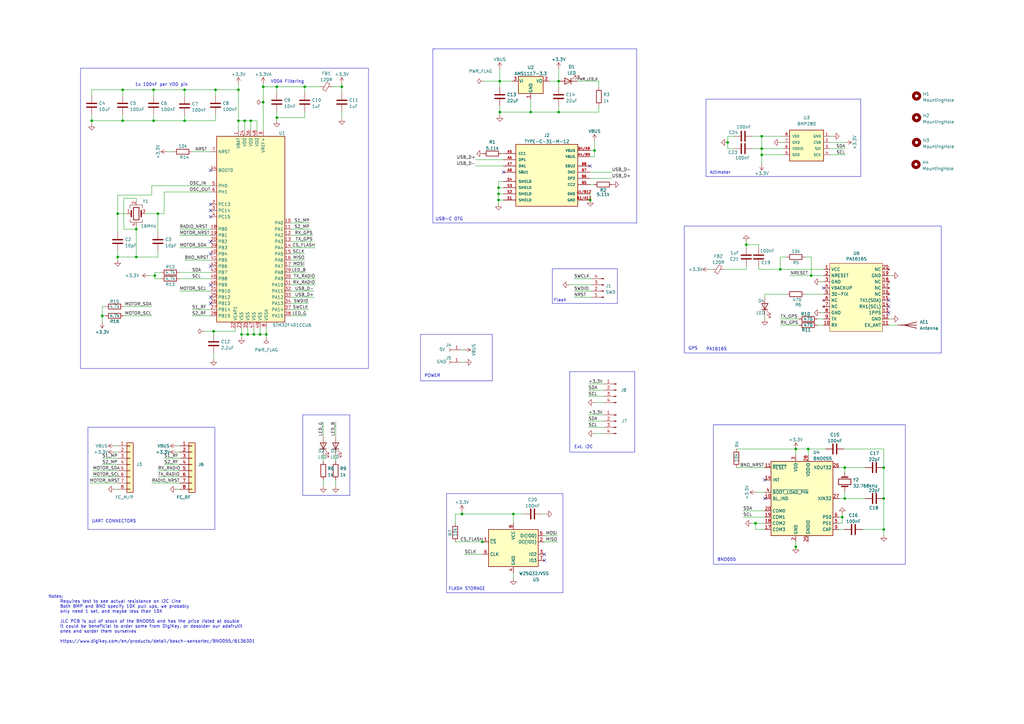
<source format=kicad_sch>
(kicad_sch (version 20231120) (generator "eeschema") (generator_version "8.0")
  (paper "A3")
  (junction (at 312.42 55.88))
  (junction (at 309.88 214.63))
  (junction (at 87.63 135.89))
  (junction (at 62.992 36.83))
  (junction (at 99.06 137.16))
  (junction (at 326.39 184.15))
  (junction (at 229.108 45.974))
  (junction (at 306.07 100.33))
  (junction (at 346.456 204.47))
  (junction (at 345.44 212.09))
  (junction (at 243.84 61.722))
  (junction (at 312.42 60.96))
  (junction (at 326.39 224.282))
  (junction (at 55.88 93.98))
  (junction (at 197.866 222.25))
  (junction (at 64.77 87.63))
  (junction (at 62.992 49.53))
  (junction (at 320.04 110.49))
  (junction (at 204.47 76.962))
  (junction (at 346.456 191.77))
  (junction (at 48.26 105.41))
  (junction (at 204.47 82.042))
  (junction (at 124.968 35.56))
  (junction (at 362.458 191.77))
  (junction (at 48.26 87.63))
  (junction (at 106.68 137.16))
  (junction (at 75.692 36.83))
  (junction (at 312.42 63.5))
  (junction (at 55.88 105.41))
  (junction (at 113.538 35.56))
  (junction (at 204.47 79.502))
  (junction (at 101.6 137.16))
  (junction (at 140.208 35.56))
  (junction (at 210.566 210.82))
  (junction (at 41.91 129.54))
  (junction (at 204.978 33.274))
  (junction (at 102.87 49.53))
  (junction (at 298.45 58.42))
  (junction (at 362.458 217.17))
  (junction (at 331.47 184.15))
  (junction (at 229.108 33.274))
  (junction (at 107.95 41.91))
  (junction (at 104.14 137.16))
  (junction (at 63.5 113.03))
  (junction (at 107.95 35.56))
  (junction (at 88.392 36.83))
  (junction (at 332.74 113.03))
  (junction (at 97.79 36.83))
  (junction (at 100.33 49.53))
  (junction (at 217.678 45.974))
  (junction (at 97.79 49.53))
  (junction (at 50.292 36.83))
  (junction (at 37.592 49.53))
  (junction (at 109.22 137.16))
  (junction (at 50.292 49.53))
  (junction (at 113.538 48.26))
  (junction (at 204.978 45.974))
  (junction (at 242.062 82.042))
  (junction (at 189.484 210.82))
  (junction (at 75.692 49.53))
  (junction (at 362.458 204.47))
  (no_connect (at 337.82 118.11))
  (no_connect (at 364.49 125.73))
  (no_connect (at 364.49 128.27))
  (no_connect (at 86.36 99.06))
  (no_connect (at 206.502 70.612))
  (no_connect (at 86.36 121.92))
  (no_connect (at 86.36 116.84))
  (no_connect (at 86.36 104.14))
  (no_connect (at 86.36 83.82))
  (no_connect (at 86.36 86.36))
  (no_connect (at 86.36 88.9))
  (no_connect (at 86.36 69.85))
  (no_connect (at 242.062 68.072))
  (no_connect (at 364.49 123.19))
  (no_connect (at 313.69 196.85))
  (no_connect (at 313.69 204.47))
  (no_connect (at 86.36 109.22))
  (no_connect (at 86.36 124.46))
  (no_connect (at 223.266 227.33))
  (no_connect (at 223.266 229.87))
  (wire (pts (xy 346.456 191.77) (xy 354.838 191.77)))
  (wire (pts (xy 68.58 62.23) (xy 71.12 62.23)))
  (polyline (pts (xy 226.568 110.236) (xy 226.568 124.46)))
  (wire (pts (xy 88.392 36.83) (xy 97.79 36.83)))
  (wire (pts (xy 298.45 60.96) (xy 300.99 60.96)))
  (wire (pts (xy 119.38 96.52) (xy 128.27 96.52)))
  (wire (pts (xy 229.108 43.434) (xy 229.108 45.974)))
  (wire (pts (xy 346.202 184.15) (xy 362.458 184.15)))
  (wire (pts (xy 87.63 144.78) (xy 87.63 147.32)))
  (wire (pts (xy 55.88 93.98) (xy 55.88 92.71)))
  (wire (pts (xy 309.88 217.17) (xy 309.88 214.63)))
  (wire (pts (xy 62.23 76.2) (xy 62.23 80.01)))
  (wire (pts (xy 323.85 113.03) (xy 332.74 113.03)))
  (wire (pts (xy 242.57 114.3) (xy 235.458 114.3)))
  (wire (pts (xy 292.1 110.49) (xy 290.83 110.49)))
  (wire (pts (xy 48.26 87.63) (xy 48.26 95.25)))
  (wire (pts (xy 41.91 129.54) (xy 43.18 129.54)))
  (wire (pts (xy 190.5 227.33) (xy 197.866 227.33)))
  (wire (pts (xy 124.968 45.72) (xy 124.968 48.26)))
  (wire (pts (xy 320.04 133.35) (xy 327.66 133.35)))
  (wire (pts (xy 312.42 60.96) (xy 312.42 63.5)))
  (wire (pts (xy 132.588 186.69) (xy 132.588 189.23)))
  (wire (pts (xy 107.95 41.91) (xy 107.95 53.34)))
  (wire (pts (xy 217.678 40.894) (xy 217.678 45.974)))
  (wire (pts (xy 132.588 196.85) (xy 132.588 199.39)))
  (wire (pts (xy 73.66 114.3) (xy 86.36 114.3)))
  (wire (pts (xy 50.292 46.99) (xy 50.292 49.53)))
  (wire (pts (xy 346.456 204.47) (xy 344.17 204.47)))
  (wire (pts (xy 204.978 33.274) (xy 210.058 33.274)))
  (wire (pts (xy 344.17 217.17) (xy 346.202 217.17)))
  (wire (pts (xy 310.134 201.93) (xy 313.69 201.93)))
  (wire (pts (xy 97.79 34.29) (xy 97.79 36.83)))
  (wire (pts (xy 48.26 87.63) (xy 52.07 87.63)))
  (wire (pts (xy 62.992 46.99) (xy 62.992 49.53)))
  (wire (pts (xy 362.458 191.77) (xy 362.458 204.47)))
  (wire (pts (xy 243.84 61.722) (xy 242.062 61.722)))
  (polyline (pts (xy 261.112 91.44) (xy 177.546 91.44)))
  (wire (pts (xy 242.062 70.612) (xy 250.952 70.612)))
  (wire (pts (xy 102.87 49.53) (xy 100.33 49.53)))
  (wire (pts (xy 140.208 34.29) (xy 140.208 35.56)))
  (wire (pts (xy 64.77 87.63) (xy 64.77 95.25)))
  (wire (pts (xy 326.39 222.25) (xy 326.39 224.282)))
  (wire (pts (xy 101.6 134.62) (xy 101.6 137.16)))
  (wire (pts (xy 336.55 115.57) (xy 337.82 115.57)))
  (wire (pts (xy 189.484 209.804) (xy 189.484 210.82)))
  (wire (pts (xy 48.26 102.87) (xy 48.26 105.41)))
  (wire (pts (xy 313.69 120.65) (xy 313.69 121.92)))
  (wire (pts (xy 46.99 200.66) (xy 48.26 200.66)))
  (wire (pts (xy 62.23 80.01) (xy 48.26 80.01)))
  (wire (pts (xy 88.392 49.53) (xy 75.692 49.53)))
  (wire (pts (xy 204.978 28.194) (xy 204.978 33.274)))
  (wire (pts (xy 41.91 125.73) (xy 41.91 129.54)))
  (wire (pts (xy 223.266 222.25) (xy 228.6 222.25)))
  (wire (pts (xy 50.8 81.28) (xy 50.8 93.98)))
  (wire (pts (xy 364.49 113.03) (xy 365.76 113.03)))
  (wire (pts (xy 229.108 45.974) (xy 217.678 45.974)))
  (wire (pts (xy 113.538 45.72) (xy 113.538 48.26)))
  (wire (pts (xy 78.74 127) (xy 86.36 127)))
  (wire (pts (xy 72.39 200.66) (xy 73.66 200.66)))
  (polyline (pts (xy 230.886 243.078) (xy 183.134 243.078)))
  (wire (pts (xy 88.392 39.37) (xy 88.392 36.83)))
  (polyline (pts (xy 183.134 202.438) (xy 230.886 202.438)))
  (wire (pts (xy 55.88 93.98) (xy 55.88 105.41)))
  (wire (pts (xy 340.36 60.96) (xy 346.71 60.96)))
  (wire (pts (xy 124.968 38.1) (xy 124.968 35.56)))
  (wire (pts (xy 320.04 105.41) (xy 322.58 105.41)))
  (wire (pts (xy 55.88 81.28) (xy 50.8 81.28)))
  (polyline (pts (xy 183.134 202.438) (xy 183.134 243.078)))
  (wire (pts (xy 132.588 172.974) (xy 132.588 179.07)))
  (wire (pts (xy 140.208 45.72) (xy 140.208 48.514)))
  (wire (pts (xy 312.42 55.88) (xy 321.31 55.88)))
  (wire (pts (xy 119.38 121.92) (xy 128.778 121.92)))
  (polyline (pts (xy 124.206 203.2) (xy 143.51 203.2)))
  (wire (pts (xy 78.74 129.54) (xy 86.36 129.54)))
  (wire (pts (xy 204.978 33.274) (xy 204.978 35.814)))
  (wire (pts (xy 204.47 76.962) (xy 204.47 79.502)))
  (wire (pts (xy 302.006 191.77) (xy 313.69 191.77)))
  (wire (pts (xy 109.22 137.16) (xy 109.22 138.43)))
  (wire (pts (xy 331.47 184.15) (xy 331.47 186.69)))
  (wire (pts (xy 97.79 36.83) (xy 97.79 49.53)))
  (wire (pts (xy 326.39 184.15) (xy 326.39 186.69)))
  (wire (pts (xy 344.17 212.09) (xy 345.44 212.09)))
  (wire (pts (xy 320.04 110.49) (xy 337.82 110.49)))
  (wire (pts (xy 83.82 135.89) (xy 87.63 135.89)))
  (wire (pts (xy 306.07 110.49) (xy 306.07 109.22)))
  (wire (pts (xy 73.66 101.6) (xy 86.36 101.6)))
  (wire (pts (xy 119.38 129.54) (xy 125.73 129.54)))
  (wire (pts (xy 113.538 48.26) (xy 124.968 48.26)))
  (wire (pts (xy 198.12 222.25) (xy 197.866 222.25)))
  (wire (pts (xy 63.5 114.3) (xy 66.04 114.3)))
  (wire (pts (xy 312.42 63.5) (xy 321.31 63.5)))
  (wire (pts (xy 105.41 49.53) (xy 102.87 49.53)))
  (wire (pts (xy 345.44 214.63) (xy 345.44 212.09)))
  (wire (pts (xy 245.618 33.274) (xy 245.618 35.814)))
  (wire (pts (xy 137.668 196.85) (xy 137.668 199.39)))
  (wire (pts (xy 198.374 33.274) (xy 204.978 33.274)))
  (wire (pts (xy 64.77 195.58) (xy 73.66 195.58)))
  (wire (pts (xy 353.822 217.17) (xy 362.458 217.17)))
  (wire (pts (xy 320.04 58.42) (xy 321.31 58.42)))
  (wire (pts (xy 298.45 58.42) (xy 298.45 60.96)))
  (wire (pts (xy 101.6 137.16) (xy 99.06 137.16)))
  (wire (pts (xy 204.47 79.502) (xy 206.502 79.502)))
  (wire (pts (xy 245.618 45.974) (xy 229.108 45.974)))
  (wire (pts (xy 225.298 33.274) (xy 229.108 33.274)))
  (wire (pts (xy 109.22 134.62) (xy 109.22 137.16)))
  (wire (pts (xy 109.22 137.16) (xy 106.68 137.16)))
  (wire (pts (xy 326.39 184.15) (xy 331.47 184.15)))
  (wire (pts (xy 106.68 134.62) (xy 106.68 137.16)))
  (polyline (pts (xy 177.546 91.44) (xy 177.546 20.066)))
  (wire (pts (xy 311.15 110.49) (xy 320.04 110.49)))
  (wire (pts (xy 124.968 35.56) (xy 131.318 35.56)))
  (wire (pts (xy 73.66 96.52) (xy 86.36 96.52)))
  (wire (pts (xy 346.456 204.47) (xy 354.838 204.47)))
  (wire (pts (xy 222.25 210.82) (xy 223.774 210.82)))
  (wire (pts (xy 67.31 187.96) (xy 73.66 187.96)))
  (wire (pts (xy 137.668 172.974) (xy 137.668 179.07)))
  (wire (pts (xy 55.88 82.55) (xy 55.88 81.28)))
  (polyline (pts (xy 261.112 20.066) (xy 261.112 91.44)))
  (polyline (pts (xy 226.568 110.236) (xy 253.238 110.236)))
  (wire (pts (xy 50.8 93.98) (xy 55.88 93.98)))
  (wire (pts (xy 46.99 182.88) (xy 48.26 182.88)))
  (wire (pts (xy 336.55 128.27) (xy 337.82 128.27)))
  (wire (pts (xy 119.38 124.46) (xy 126.492 124.46)))
  (wire (pts (xy 106.68 137.16) (xy 104.14 137.16)))
  (wire (pts (xy 242.062 73.152) (xy 250.952 73.152)))
  (wire (pts (xy 313.69 120.65) (xy 322.58 120.65)))
  (wire (pts (xy 235.458 121.92) (xy 242.57 121.92)))
  (wire (pts (xy 332.74 113.03) (xy 332.74 105.41)))
  (wire (pts (xy 233.426 116.84) (xy 242.57 116.84)))
  (wire (pts (xy 119.38 93.98) (xy 127 93.98)))
  (wire (pts (xy 119.38 104.14) (xy 124.968 104.14)))
  (wire (pts (xy 204.47 76.962) (xy 206.502 76.962)))
  (wire (pts (xy 223.266 219.71) (xy 228.6 219.71)))
  (wire (pts (xy 186.69 210.82) (xy 189.484 210.82)))
  (wire (pts (xy 37.592 39.37) (xy 37.592 36.83)))
  (wire (pts (xy 75.692 49.53) (xy 62.992 49.53)))
  (wire (pts (xy 312.42 55.88) (xy 312.42 60.96)))
  (wire (pts (xy 243.84 177.8) (xy 247.65 177.8)))
  (wire (pts (xy 64.77 105.41) (xy 55.88 105.41)))
  (wire (pts (xy 206.502 74.422) (xy 204.47 74.422)))
  (wire (pts (xy 306.07 100.33) (xy 311.15 100.33)))
  (wire (pts (xy 229.108 33.274) (xy 229.108 28.194)))
  (wire (pts (xy 140.208 35.56) (xy 140.208 38.1)))
  (wire (pts (xy 113.538 35.56) (xy 107.95 35.56)))
  (wire (pts (xy 41.91 190.5) (xy 48.26 190.5)))
  (wire (pts (xy 189.23 143.51) (xy 190.5 143.51)))
  (wire (pts (xy 242.062 79.502) (xy 242.062 82.042)))
  (wire (pts (xy 308.356 214.63) (xy 309.88 214.63)))
  (wire (pts (xy 62.23 198.12) (xy 73.66 198.12)))
  (wire (pts (xy 330.2 120.65) (xy 337.82 120.65)))
  (wire (pts (xy 243.84 57.658) (xy 243.84 61.722)))
  (wire (pts (xy 189.23 148.59) (xy 190.754 148.59)))
  (wire (pts (xy 38.1 195.58) (xy 48.26 195.58)))
  (wire (pts (xy 298.45 55.88) (xy 298.45 58.42)))
  (wire (pts (xy 75.692 47.244) (xy 75.692 49.53)))
  (wire (pts (xy 62.23 125.73) (xy 50.8 125.73)))
  (wire (pts (xy 75.692 36.83) (xy 75.692 39.624)))
  (wire (pts (xy 210.566 214.63) (xy 210.566 210.82)))
  (wire (pts (xy 100.33 49.53) (xy 100.33 53.34)))
  (wire (pts (xy 136.398 35.56) (xy 140.208 35.56)))
  (wire (pts (xy 304.8 212.09) (xy 313.69 212.09)))
  (polyline (pts (xy 253.238 124.46) (xy 226.568 124.46)))
  (wire (pts (xy 41.91 187.96) (xy 48.26 187.96)))
  (wire (pts (xy 72.39 185.42) (xy 73.66 185.42)))
  (wire (pts (xy 107.95 34.29) (xy 107.95 35.56)))
  (wire (pts (xy 362.458 204.47) (xy 362.458 217.17)))
  (wire (pts (xy 104.14 137.16) (xy 101.6 137.16)))
  (wire (pts (xy 326.39 224.282) (xy 326.39 225.298)))
  (polyline (pts (xy 177.546 20.066) (xy 178.054 20.066)))
  (wire (pts (xy 50.8 129.54) (xy 62.23 129.54)))
  (wire (pts (xy 311.15 100.33) (xy 311.15 101.6)))
  (wire (pts (xy 67.31 87.63) (xy 64.77 87.63)))
  (wire (pts (xy 62.992 36.83) (xy 62.992 39.37)))
  (polyline (pts (xy 253.238 110.236) (xy 253.238 124.46)))
  (wire (pts (xy 345.44 210.82) (xy 345.44 212.09)))
  (wire (pts (xy 186.69 222.25) (xy 197.866 222.25)))
  (wire (pts (xy 364.49 130.81) (xy 365.76 130.81)))
  (wire (pts (xy 75.692 36.83) (xy 88.392 36.83)))
  (wire (pts (xy 113.538 48.26) (xy 113.538 49.53)))
  (wire (pts (xy 313.69 129.54) (xy 313.69 130.81)))
  (wire (pts (xy 50.292 49.53) (xy 37.592 49.53)))
  (polyline (pts (xy 230.886 202.438) (xy 230.886 243.078)))
  (polyline (pts (xy 143.51 170.18) (xy 124.206 170.18)))
  (wire (pts (xy 308.61 60.96) (xy 312.42 60.96)))
  (wire (pts (xy 243.84 165.1) (xy 247.65 165.1)))
  (wire (pts (xy 241.3 157.48) (xy 247.65 157.48)))
  (wire (pts (xy 36.83 198.12) (xy 48.26 198.12)))
  (wire (pts (xy 186.69 210.82) (xy 186.69 214.63)))
  (wire (pts (xy 204.47 79.502) (xy 204.47 82.042)))
  (wire (pts (xy 204.47 74.422) (xy 204.47 76.962)))
  (wire (pts (xy 210.566 210.82) (xy 214.63 210.82)))
  (wire (pts (xy 204.978 45.974) (xy 204.978 47.244)))
  (wire (pts (xy 304.8 209.55) (xy 313.69 209.55)))
  (wire (pts (xy 41.91 129.54) (xy 41.91 132.08)))
  (wire (pts (xy 67.31 78.74) (xy 67.31 87.63)))
  (wire (pts (xy 96.52 135.89) (xy 96.52 134.62)))
  (wire (pts (xy 204.978 43.434) (xy 204.978 45.974)))
  (wire (pts (xy 87.63 135.89) (xy 96.52 135.89)))
  (wire (pts (xy 241.3 175.26) (xy 247.65 175.26)))
  (wire (pts (xy 308.61 55.88) (xy 312.42 55.88)))
  (polyline (pts (xy 124.206 170.434) (xy 124.206 203.2)))
  (polyline (pts (xy 124.206 170.18) (xy 124.206 170.434)))
  (wire (pts (xy 119.38 101.6) (xy 129.286 101.6)))
  (wire (pts (xy 332.74 113.03) (xy 337.82 113.03)))
  (wire (pts (xy 107.95 35.56) (xy 107.95 41.91)))
  (wire (pts (xy 119.38 106.68) (xy 124.968 106.68)))
  (wire (pts (xy 206.502 82.042) (xy 204.47 82.042)))
  (wire (pts (xy 119.38 109.22) (xy 124.968 109.22)))
  (wire (pts (xy 102.87 49.53) (xy 102.87 53.34)))
  (wire (pts (xy 124.968 35.56) (xy 113.538 35.56)))
  (wire (pts (xy 340.36 58.42) (xy 346.71 58.42)))
  (wire (pts (xy 88.392 46.99) (xy 88.392 49.53)))
  (wire (pts (xy 217.678 45.974) (xy 204.978 45.974)))
  (wire (pts (xy 210.566 234.95) (xy 210.566 237.236)))
  (wire (pts (xy 195.072 68.072) (xy 206.502 68.072)))
  (wire (pts (xy 48.26 105.41) (xy 48.26 106.68)))
  (wire (pts (xy 62.23 76.2) (xy 86.36 76.2)))
  (wire (pts (xy 362.458 217.17) (xy 362.458 219.456)))
  (wire (pts (xy 206.502 65.532) (xy 195.072 65.532)))
  (wire (pts (xy 344.17 191.77) (xy 346.456 191.77)))
  (wire (pts (xy 119.38 111.76) (xy 125.476 111.76)))
  (wire (pts (xy 137.668 186.69) (xy 137.668 189.23)))
  (wire (pts (xy 313.69 217.17) (xy 309.88 217.17)))
  (wire (pts (xy 37.592 49.53) (xy 37.592 50.8)))
  (wire (pts (xy 346.456 191.77) (xy 346.456 193.802)))
  (wire (pts (xy 99.06 134.62) (xy 99.06 137.16)))
  (wire (pts (xy 309.88 214.63) (xy 313.69 214.63)))
  (wire (pts (xy 63.5 111.76) (xy 63.5 113.03)))
  (wire (pts (xy 73.66 111.76) (xy 86.36 111.76)))
  (wire (pts (xy 46.99 185.42) (xy 48.26 185.42)))
  (wire (pts (xy 340.36 55.88) (xy 341.63 55.88)))
  (wire (pts (xy 63.5 113.03) (xy 63.5 114.3)))
  (wire (pts (xy 73.66 119.38) (xy 86.36 119.38)))
  (wire (pts (xy 312.42 60.96) (xy 321.31 60.96)))
  (wire (pts (xy 204.47 82.042) (xy 204.47 83.566)))
  (wire (pts (xy 300.99 55.88) (xy 298.45 55.88)))
  (wire (pts (xy 113.538 35.56) (xy 113.538 38.1)))
  (wire (pts (xy 67.31 190.5) (xy 73.66 190.5)))
  (wire (pts (xy 242.062 75.692) (xy 243.586 75.692)))
  (wire (pts (xy 364.49 133.35) (xy 368.3 133.35)))
  (wire (pts (xy 119.38 116.84) (xy 129.286 116.84)))
  (wire (pts (xy 37.592 36.83) (xy 50.292 36.83)))
  (wire (pts (xy 330.2 105.41) (xy 332.74 105.41)))
  (wire (pts (xy 104.14 134.62) (xy 104.14 137.16)))
  (wire (pts (xy 119.38 99.06) (xy 128.27 99.06)))
  (wire (pts (xy 97.79 49.53) (xy 97.79 53.34)))
  (wire (pts (xy 320.04 105.41) (xy 320.04 110.49)))
  (wire (pts (xy 119.38 127) (xy 126.492 127)))
  (wire (pts (xy 245.618 43.434) (xy 245.618 45.974)))
  (wire (pts (xy 236.728 33.274) (xy 245.618 33.274)))
  (wire (pts (xy 241.3 170.18) (xy 247.65 170.18)))
  (wire (pts (xy 64.77 193.04) (xy 73.66 193.04)))
  (wire (pts (xy 119.38 91.44) (xy 127 91.44)))
  (wire (pts (xy 205.74 62.992) (xy 206.502 62.992)))
  (wire (pts (xy 306.07 110.49) (xy 297.18 110.49)))
  (wire (pts (xy 99.06 137.16) (xy 99.06 138.43)))
  (wire (pts (xy 241.3 160.02) (xy 247.65 160.02)))
  (wire (pts (xy 50.292 36.83) (xy 50.292 39.37)))
  (wire (pts (xy 63.5 111.76) (xy 66.04 111.76)))
  (wire (pts (xy 87.63 137.16) (xy 87.63 135.89)))
  (wire (pts (xy 302.006 184.15) (xy 326.39 184.15)))
  (wire (pts (xy 43.18 125.73) (xy 41.91 125.73)))
  (wire (pts (xy 64.77 102.87) (xy 64.77 105.41)))
  (wire (pts (xy 72.39 182.88) (xy 73.66 182.88)))
  (wire (pts (xy 189.484 210.82) (xy 210.566 210.82)))
  (wire (pts (xy 73.66 93.98) (xy 86.36 93.98)))
  (wire (pts (xy 320.04 130.81) (xy 327.66 130.81)))
  (wire (pts (xy 344.17 214.63) (xy 345.44 214.63)))
  (wire (pts (xy 306.07 99.06) (xy 306.07 100.33)))
  (wire (pts (xy 105.41 53.34) (xy 105.41 49.53)))
  (wire (pts (xy 59.69 87.63) (xy 64.77 87.63)))
  (wire (pts (xy 62.992 49.53) (xy 50.292 49.53)))
  (wire (pts (xy 119.38 114.3) (xy 129.286 114.3)))
  (wire (pts (xy 119.38 119.38) (xy 128.778 119.38)))
  (wire (pts (xy 48.26 80.01) (xy 48.26 87.63)))
  (wire (pts (xy 67.31 78.74) (xy 86.36 78.74)))
  (wire (pts (xy 100.33 49.53) (xy 97.79 49.53)))
  (wire (pts (xy 346.456 201.422) (xy 346.456 204.47)))
  (polyline (pts (xy 143.51 203.2) (xy 143.51 170.18)))
  (wire (pts (xy 241.3 172.72) (xy 247.65 172.72)))
  (wire (pts (xy 242.062 64.262) (xy 243.84 64.262)))
  (wire (pts (xy 362.458 184.15) (xy 362.458 191.77)))
  (wire (pts (xy 63.5 113.03) (xy 60.96 113.03)))
  (wire (pts (xy 38.1 193.04) (xy 48.26 193.04)))
  (wire (pts (xy 306.07 100.33) (xy 306.07 101.6)))
  (wire (pts (xy 311.15 110.49) (xy 311.15 109.22)))
  (wire (pts (xy 75.692 106.68) (xy 86.36 106.68)))
  (wire (pts (xy 50.292 36.83) (xy 62.992 36.83)))
  (wire (pts (xy 243.84 64.262) (xy 243.84 61.722)))
  (wire (pts (xy 340.36 63.5) (xy 346.71 63.5)))
  (wire (pts (xy 241.3 162.56) (xy 247.65 162.56)))
  (wire (pts (xy 331.47 184.15) (xy 338.582 184.15)))
  (wire (pts (xy 55.88 105.41) (xy 48.26 105.41)))
  (wire (pts (xy 335.28 133.35) (xy 337.82 133.35)))
  (wire (pts (xy 37.592 46.99) (xy 37.592 49.53)))
  (wire (pts (xy 335.28 130.81) (xy 337.82 130.81)))
  (wire (pts (xy 229.108 33.274) (xy 229.108 35.814)))
  (wire (pts (xy 62.992 36.83) (xy 75.692 36.83)))
  (wire (pts (xy 78.74 62.23) (xy 86.36 62.23)))
  (polyline (pts (xy 177.8 20.066) (xy 261.112 20.066)))
  (wire (pts (xy 242.57 119.38) (xy 235.458 119.38)))
  (wire (pts (xy 312.42 63.5) (xy 312.42 67.31)))
  (rectangle (start 292.608 174.244) (end 371.348 231.394))
  (rectangle (start 233.68 152.4) (end 260.35 185.42))
  (rectangle (start 33.02 27.94) (end 151.13 151.13))
  (rectangle (start 289.56 40.64) (end 353.06 72.39))
  (rectangle (start 280.67 92.71) (end 386.08 144.78))
  (rectangle (start 172.466 137.16) (end 201.93 156.21))
  (rectangle (start 36.068 175.26) (end 88.138 217.17))
  (text "VDDA Filtering" (at 110.998 34.29 0) (effects (font (size 1.27 1.27)) (justify left bottom)))
  (text "Flash" (at 227.076 123.952 0) (effects (font (size 1.27 1.27)) (justify left bottom)))
  (text "Altimeter" (at 295.402 70.866 0) (effects (font (size 1.27 1.27))))
  (text "FLASH STORAGE" (at 183.896 242.316 0) (effects (font (size 1.27 1.27)) (justify left bottom)))
  (text "PA1616S" (at 293.878 143.256 0) (effects (font (size 1.27 1.27))))
  (text "1x 100nF per VDD pin" (at 55.372 35.56 0) (effects (font (size 1.27 1.27)) (justify left bottom)))
  (text "Notes:\n	Requires test to see actual resistance on I2C Line\n	Both BMP and BNO specify 10K pull ups, we probably\n	only need 1 set, and maybe less than 10K\n\n	JLC PCB is out of stock of the BNO055 and has the price listed at double\n	it could be beneficial to order some from DigiKey, or desolder our adafrutit\n	ones and solder them ourselves\n\n	https://www.digikey.com/en/products/detail/bosch-sensortec/BNO055/6136301" (at 19.812 263.906 0) (effects (font (size 1.27 1.27)) (justify left bottom)))
  (text "USB-C OTG" (at 178.562 90.678 0) (effects (font (size 1.27 1.27)) (justify left bottom)))
  (text "GPS" (at 284.226 143.002 0) (effects (font (size 1.27 1.27))))
  (text "UART CONNECTORS" (at 46.736 213.868 0) (effects (font (size 1.27 1.27))))
  (text "BNO055" (at 294.132 230.378 0) (effects (font (size 1.27 1.27)) (justify left bottom)))
  (text "Ext. I2C" (at 235.458 184.15 0) (effects (font (size 1.27 1.27)) (justify left bottom)))
  (text "POWER" (at 173.99 154.94 0) (effects (font (size 1.27 1.27)) (justify left bottom)))
  (label "USB_D-" (at 128.778 119.38 180))
  (label "USB_D+" (at 128.778 121.92 180))
  (label "NRESET" (at 331.47 113.03 180))
  (label "TX_RADIO" (at 129.286 114.3 180))
  (label "MOTOR_SDA" (at 62.23 125.73 180))
  (label "S2_MP" (at 41.91 190.5 0))
  (label "SCL" (at 241.3 162.56 0))
  (label "+3.3V" (at 241.3 170.18 0))
  (label "MOTOR_SCL" (at 73.66 119.38 0))
  (label "USB_D-" (at 195.072 68.072 180))
  (label "USB_D+" (at 195.072 65.532 180))
  (label "LED_B" (at 125.476 111.76 180))
  (label "OSC_IN" (at 77.724 76.2 0))
  (label "S1_RF" (at 67.31 187.96 0))
  (label "MOTOR_SCL" (at 62.23 129.54 180))
  (label "S1_MP" (at 127 91.44 180))
  (label "TX_GPS" (at 320.04 130.81 0))
  (label "BNO_NRST" (at 75.692 106.68 0))
  (label "+3.3V" (at 241.3 157.48 0))
  (label "SWCLK" (at 235.458 114.3 0))
  (label "SCL" (at 78.74 114.3 0))
  (label "CS_FLASH" (at 129.286 101.6 180))
  (label "LED_G" (at 125.73 129.54 180))
  (label "SWDIO" (at 235.458 119.38 0))
  (label "SDA" (at 346.71 60.96 180))
  (label "S2_MP" (at 127 93.98 180))
  (label "TX_GPS" (at 128.27 99.06 180))
  (label "SCL" (at 241.3 175.26 0))
  (label "CS_FLASH" (at 198.12 222.25 180))
  (label "OSC_OUT" (at 77.724 78.74 0))
  (label "NRST" (at 235.458 121.92 0))
  (label "MOTOR_SDA" (at 73.66 101.6 0))
  (label "RX_GPS" (at 320.04 133.35 0))
  (label "USB_D-" (at 250.952 70.612 0))
  (label "SDA" (at 241.3 172.72 0))
  (label "MOSI" (at 228.6 219.71 180))
  (label "SWCLK" (at 126.492 127 180))
  (label "S1_MP" (at 41.91 187.96 0))
  (label "RADIO_NRST" (at 62.23 198.12 0))
  (label "LED_B" (at 137.668 172.974 270))
  (label "SDA" (at 78.74 111.76 0))
  (label "MISO" (at 124.968 106.68 180))
  (label "RX_RADIO" (at 64.77 193.04 0))
  (label "PWR_LED_K" (at 236.728 33.274 0) (effects (font (size 1 1))))
  (label "SDA" (at 241.3 160.02 0))
  (label "BNO_NRST" (at 303.53 191.77 0))
  (label "MOTOR_SDA" (at 38.1 193.04 0))
  (label "SCLK" (at 124.968 104.14 180))
  (label "RADIO_NRST" (at 73.66 93.98 0))
  (label "SCL" (at 346.71 63.5 180))
  (label "S1_RF" (at 78.74 127 0))
  (label "S2_RF" (at 67.31 190.5 0))
  (label "USB_D+" (at 250.952 73.152 0))
  (label "MOTOR_NRST" (at 73.66 96.52 0))
  (label "MOTOR_SCL" (at 38.1 195.58 0))
  (label "RX_RADIO" (at 129.286 116.84 180))
  (label "MOTOR_NRST" (at 36.83 198.12 0))
  (label "SWDIO" (at 126.492 124.46 180))
  (label "NRST" (at 80.01 62.23 0))
  (label "SCLK" (at 190.5 227.33 0))
  (label "SCL" (at 304.8 212.09 0))
  (label "LED_G" (at 132.588 172.974 270))
  (label "S2_RF" (at 78.74 129.54 0))
  (label "RX_GPS" (at 128.27 96.52 180))
  (label "MISO" (at 228.6 222.25 180))
  (label "SDA" (at 304.8 209.55 0))
  (label "MOSI" (at 124.968 109.22 180))
  (label "TX_RADIO" (at 64.77 195.58 0))
  (symbol (lib_id "power:GND") (at 313.69 130.81 0) (unit 1)
    (property "Reference" "#PWR08" (effects (hide yes)))
    (property "Value" "GND" (effects (hide yes)))
  )
  (symbol (lib_id "power:GND") (at 87.63 147.32 0) (unit 1)
    (property "Reference" "#PWR0116" (effects (hide yes)))
    (property "Value" "GND" (effects (hide yes)))
  )
  (symbol (lib_id "power:GND") (at 132.588 199.39 0) (unit 1)
    (property "Reference" "#PWR0136" (effects (hide yes)))
    (property "Value" "GND" (effects (hide yes)))
  )
  (symbol (lib_id "power:GND") (at 99.06 138.43 0) (unit 1)
    (property "Reference" "#PWR0117" (effects (hide yes)))
    (property "Value" "GND" (effects (hide yes)))
  )
  (symbol (lib_id "power:GND") (at 243.84 177.8 270) (unit 1)
    (property "Reference" "#PWR09" (effects (hide yes)))
    (property "Value" "GND" (effects (hide yes)))
  )
  (symbol (lib_id "PA1616D:PA1616D") (at 340.36 107.95 0) (unit 1)
    (property "Reference" "U6" (at 351.282 103.886 0))
    (property "Value" "PA1616S" (at 351.282 106.172 0))
    (property "Footprint" "CD-PA1616D:XCVR_CD-PA1616D" (effects (hide yes)))
  )
  (symbol (lib_id "power:GND") (at 308.356 214.63 270) (unit 1)
    (property "Reference" "#PWR0123" (effects (hide yes)))
    (property "Value" "GND" (effects (hide yes)))
  )
  (symbol (lib_id "Connector:Conn_01x01_Female") (at 184.15 143.51 0) (mirror y) (unit 1)
    (property "Reference" "J4" (at 185.166 141.478 0) (effects (justify left)))
    (property "Value" "5V" (at 182.626 143.256 0) (effects (justify left)))
    (property "Footprint" "TestPoint:TestPoint_THTPad_2.5x2.5mm_Drill1.2mm" (effects (hide yes)))
  )
  (symbol (lib_id "power:GND") (at 326.39 224.282 0) (unit 1)
    (property "Reference" "#PWR0125" (effects (hide yes)))
    (property "Value" "GND" (effects (hide yes)))
  )
  (symbol (lib_id "Connector_Generic:Conn_01x08") (at 53.34 190.5 0) (unit 1)
    (property "Reference" "J3" (at 55.88 190.4999 0) (effects (justify left)))
    (property "Value" "FC_M/P" (at 47.244 203.962 0) (effects (justify left)))
    (property "Footprint" "Connector_FFC-FPC:Molex_200528-0080_1x08-1MP_P1.00mm_Horizontal" (effects (hide yes)))
    (property "Description" "Generic connector, single row, 01x08, script generated (kicad-library-utils/schlib/autogen/connector/)" (effects (hide yes)))
    (property "LCSC Part" "C505273" (effects (hide yes)))
  )
  (symbol (lib_id "Device:LED") (at 313.69 125.73 90) (unit 1)
    (property "Reference" "D4" (at 310.896 123.444 90) (effects (justify right)))
    (property "Value" "LED" (at 310.134 128.27 90) (effects (justify right)))
    (property "Footprint" "LED_SMD:LED_0603_1608Metric" (effects (hide yes)))
    (property "LCSC Part" "C273598" (effects (hide yes)))
  )
  (symbol (lib_id "Device:Antenna") (at 373.38 133.35 270) (unit 1)
    (property "Reference" "AE1" (at 377.19 132.0799 90) (effects (justify left)))
    (property "Value" "Antenna" (at 377.19 134.6199 90) (effects (justify left)))
    (property "Footprint" "Connector_Coaxial:U.FL_Molex_MCRF_73412-0110_Vertical" (effects (hide yes)))
    (property "Description" "Antenna" (effects (hide yes)))
  )
  (symbol (lib_id "Device:R") (at 46.99 125.73 270) (unit 1)
    (property "Reference" "R15" (at 46.99 123.698 90))
    (property "Value" "4.7k" (at 46.99 125.73 90))
    (property "Footprint" "Resistor_SMD:R_0402_1005Metric" (effects (hide yes)))
    (property "LCSC Part" "C119339" (effects (hide yes)))
  )
  (symbol (lib_id "power:GND") (at 140.208 48.514 0) (unit 1)
    (property "Reference" "#PWR0107" (effects (hide yes)))
    (property "Value" "GND" (effects (hide yes)))
  )
  (symbol (lib_id "Mechanical:MountingHole") (at 375.92 39.37 0) (unit 1)
    (property "Reference" "H1" (at 378.46 38.5353 0) (effects (justify left)))
    (property "Value" "MountingHole" (at 378.46 41.0722 0) (effects (justify left)))
    (property "Footprint" "MountingHole:MountingHole_2.2mm_M2" (effects (hide yes)))
  )
  (symbol (lib_id "Device:R") (at 331.47 130.81 90) (unit 1)
    (property "Reference" "R10" (at 330.454 128.778 90))
    (property "Value" "470" (at 331.47 130.81 90))
    (property "Footprint" "Resistor_SMD:R_0402_1005Metric" (effects (hide yes)))
    (property "LCSC Part" "C11702" (effects (hide yes)))
  )
  (symbol (lib_id "Device:R") (at 302.006 187.96 0) (unit 1)
    (property "Reference" "R4" (at 302.26 180.848 90) (effects (justify right)))
    (property "Value" "10k" (at 302.006 185.928 90) (effects (justify right)))
    (property "Footprint" "Resistor_SMD:R_0402_1005Metric" (effects (hide yes)))
    (property "LCSC Part" "C60490" (effects (hide yes)))
  )
  (symbol (lib_id "Sensor_Motion:BNO055") (at 328.93 204.47 0) (unit 1)
    (property "Reference" "U4" (at 333.4894 185.5302 0) (effects (justify left)))
    (property "Value" "BNO055" (at 333.4894 188.0671 0) (effects (justify left)))
    (property "Footprint" "Package_LGA:LGA-28_5.2x3.8mm_P0.5mm" (effects (hide yes)))
    (property "Datasheet" "https://ae-bst.resource.bosch.com/media/_tech/media/datasheets/BST_BNO055_DS000_14.pdf" (effects (hide yes)))
    (property "LCSC Part" "C93216" (effects (hide yes)))
  )
  (symbol (lib_id "Memory_Flash:W25Q32JVSS") (at 210.566 224.79 0) (unit 1)
    (property "Reference" "U5" (at 218.44 237.744 0) (effects (justify left)))
    (property "Value" "W25Q32JVSS" (at 212.852 235.204 0) (effects (justify left)))
    (property "Footprint" "Package_SO:SOIC-8_5.23x5.23mm_P1.27mm" (effects (hide yes)))
    (property "Datasheet" "http://www.winbond.com/resource-files/w25q32jv%20revg%2003272018%20plus.pdf" (effects (hide yes)))
    (property "LCSC Part" "C82344" (effects (hide yes)))
  )
  (symbol (lib_id "power:GND") (at 46.99 200.66 270) (unit 1)
    (property "Reference" "#PWR013" (effects (hide yes)))
    (property "Value" "GND" (effects (hide yes)))
  )
  (symbol (lib_id "Device:FerriteBead_Small") (at 133.858 35.56 90) (unit 1)
    (property "Reference" "FB1" (at 133.8199 30.1584 90))
    (property "Value" "120R" (at 133.8199 32.6953 90))
    (property "Footprint" "Inductor_SMD:L_0603_1608Metric" (effects (hide yes)))
    (property "LCSC Part" "C85831" (effects (hide yes)))
  )
  (symbol (lib_id "power:PWR_FLAG") (at 107.95 41.91 90) (unit 1)
    (property "Reference" "#FLG0101" (effects (hide yes)))
    (property "Value" "PWR_FLAG" (effects (hide yes)))
  )
  (symbol (lib_id "power:GND") (at 37.592 50.8 0) (unit 1)
    (property "Reference" "#PWR0102" (effects (hide yes)))
    (property "Value" "GND" (effects (hide yes)))
  )
  (symbol (lib_id "Device:R") (at 69.85 114.3 270) (unit 1)
    (property "Reference" "R13" (at 69.85 116.586 90))
    (property "Value" "4.7k" (at 69.85 114.3 90))
    (property "Footprint" "Resistor_SMD:R_0402_1005Metric" (effects (hide yes)))
    (property "LCSC Part" "C119339" (effects (hide yes)))
  )
  (symbol (lib_id "TYPE-C-31-M-12:TYPE-C-31-M-12") (at 224.282 71.882 0) (unit 1)
    (property "Reference" "J2" (at 224.282 55.4822 0))
    (property "Value" "TYPE-C-31-M-12" (at 224.282 58.0191 0))
    (property "Footprint" "USBC:HRO_TYPE-C-31-M-12" (effects (hide yes)))
    (property "SNAPEDA_PN" "TYPE-C-31-M-12" (effects (hide yes)))
    (property "MAXIMUM_PACKAGE_HEIGHT" "3.26 mm" (effects (hide yes)))
    (property "MANUFACTURER" "HRO Electronics Co., Ltd." (effects (hide yes)))
    (property "PARTREV" "2020.12.08" (effects (hide yes)))
    (property "STANDARD" "Manufacturer Recommendations" (effects (hide yes)))
    (property "LCSC Part" "C165948" (effects (hide yes)))
  )
  (symbol (lib_id "Device:C") (at 140.208 41.91 0) (unit 1)
    (property "Reference" "C11" (at 143.129 41.0753 0) (effects (justify left)))
    (property "Value" "1uF" (at 143.129 43.6122 0) (effects (justify left)))
    (property "Footprint" "Capacitor_SMD:C_0402_1005Metric" (effects (hide yes)))
    (property "LCSC Part" "C52923" (effects (hide yes)))
  )
  (symbol (lib_id "Device:R") (at 132.588 193.04 0) (unit 1)
    (property "Reference" "R8" (at 134.366 192.2053 0) (effects (justify left)))
    (property "Value" "1k" (at 134.366 194.7422 0) (effects (justify left)))
    (property "Footprint" "Resistor_SMD:R_0402_1005Metric" (effects (hide yes)))
    (property "LCSC Part" "C11702" (effects (hide yes)))
  )
  (symbol (lib_id "Regulator_Linear:AMS1117-3.3") (at 217.678 33.274 0) (unit 1)
    (property "Reference" "U2" (at 217.678 27.6692 0))
    (property "Value" "AMS1117-3.3" (at 217.678 30.2061 0))
    (property "Footprint" "Package_TO_SOT_SMD:SOT-223-3_TabPin2" (effects (hide yes)))
    (property "Datasheet" "http://www.advanced-monolithic.com/pdf/ds1117.pdf" (effects (hide yes)))
    (property "LCSC Part" "C6186" (effects (hide yes)))
  )
  (symbol (lib_id "Device:R") (at 247.396 75.692 270) (unit 1)
    (property "Reference" "R2" (at 247.396 77.978 90))
    (property "Value" "5.11k" (at 247.396 79.756 90))
    (property "Footprint" "Resistor_SMD:R_0402_1005Metric" (effects (hide yes)))
    (property "LCSC Part" "C25906" (effects (hide yes)))
  )
  (symbol (lib_id "power:+3.3V") (at 72.39 185.42 90) (unit 1)
    (property "Reference" "#PWR019" (effects (hide yes)))
    (property "Value" "+3.3V" (at 66.802 185.42 90))
  )
  (symbol (lib_id "power:GND") (at 198.12 62.992 270) (unit 1)
    (property "Reference" "#PWR0112" (effects (hide yes)))
    (property "Value" "GND" (effects (hide yes)))
  )
  (symbol (lib_id "Device:C") (at 48.26 99.06 0) (unit 1)
    (property "Reference" "C2" (at 51.181 98.2253 0) (effects (justify left)))
    (property "Value" "10pF" (at 51.181 100.7622 0) (effects (justify left)))
    (property "Footprint" "Capacitor_SMD:C_0402_1005Metric" (effects (hide yes)))
    (property "LCSC Part" "C32949" (effects (hide yes)))
  )
  (symbol (lib_id "power:GND") (at 72.39 200.66 270) (unit 1)
    (property "Reference" "#PWR020" (effects (hide yes)))
    (property "Value" "GND" (effects (hide yes)))
  )
  (symbol (lib_id "power:GND") (at 365.76 130.81 90) (unit 1)
    (property "Reference" "#PWR06" (effects (hide yes)))
    (property "Value" "GND" (effects (hide yes)))
  )
  (symbol (lib_id "Device:C") (at 37.592 43.18 0) (unit 1)
    (property "Reference" "C4" (at 40.513 42.3453 0) (effects (justify left)))
    (property "Value" "10uF" (at 40.513 44.8822 0) (effects (justify left)))
    (property "Footprint" "Capacitor_SMD:C_0402_1005Metric" (effects (hide yes)))
    (property "LCSC Part" "C19702" (effects (hide yes)))
  )
  (symbol (lib_id "power:GND") (at 362.458 219.456 0) (unit 1)
    (property "Reference" "#PWR0122" (effects (hide yes)))
    (property "Value" "GND" (effects (hide yes)))
  )
  (symbol (lib_id "power:GND") (at 242.062 82.042 0) (unit 1)
    (property "Reference" "#PWR0114" (effects (hide yes)))
    (property "Value" "GND" (effects (hide yes)))
  )
  (symbol (lib_id "power:+3.3V") (at 189.484 209.804 0) (unit 1)
    (property "Reference" "#PWR0127" (effects (hide yes)))
    (property "Value" "+3.3V" (at 189.484 205.994 0))
  )
  (symbol (lib_id "power:VBUS") (at 190.5 143.51 270) (mirror x) (unit 1)
    (property "Reference" "#PWR01" (effects (hide yes)))
    (property "Value" "VBUS" (at 194.31 143.51 0))
  )
  (symbol (lib_id "Device:C") (at 306.07 105.41 180) (unit 1)
    (property "Reference" "C21" (at 303.149 106.2447 0) (effects (justify left)))
    (property "Value" "1uF" (at 303.149 103.7078 0) (effects (justify left)))
    (property "Footprint" "Capacitor_SMD:C_0402_1005Metric" (effects (hide yes)))
    (property "LCSC Part" "C52923" (effects (hide yes)))
  )
  (symbol (lib_id "MCU_ST_STM32F4:STM32F401CCUx") (at 104.14 93.98 0) (unit 1)
    (property "Reference" "U1" (at 114.3 54.61 0) (effects (justify left)))
    (property "Value" "STM32F401CCU6" (at 111.76 133.35 0) (effects (justify left)))
    (property "Footprint" "Package_DFN_QFN:QFN-48-1EP_7x7mm_P0.5mm_EP5.6x5.6mm" (effects (hide yes)))
    (property "Datasheet" "http://www.st.com/st-web-ui/static/active/en/resource/technical/document/datasheet/DM00086815.pdf" (effects (hide yes)))
    (property "LCSC Part" "C79861" (effects (hide yes)))
  )
  (symbol (lib_id "Device:C") (at 350.012 217.17 90) (unit 1)
    (property "Reference" "C16" (at 350.012 211.3112 90))
    (property "Value" "100nF" (at 350.012 213.8481 90))
    (property "Footprint" "Capacitor_SMD:C_0402_1005Metric" (effects (hide yes)))
    (property "LCSC Part" "C307331" (effects (hide yes)))
  )
  (symbol (lib_id "power:VBUS") (at 204.978 28.194 0) (unit 1)
    (property "Reference" "#PWR0111" (effects (hide yes)))
    (property "Value" "VBUS" (at 204.978 24.384 0))
  )
  (symbol (lib_name "+3.3V_1") (lib_id "power:+3.3V") (at 60.96 113.03 90) (unit 1)
    (property "Reference" "#PWR023" (effects (hide yes)))
    (property "Value" "+3.3V" (at 57.15 113.0299 90) (effects (justify left)))
    (property "Description" "Power symbol creates a global label with name \"+3.3V\"" (effects (hide yes)))
  )
  (symbol (lib_id "power:GND") (at 204.47 83.566 0) (unit 1)
    (property "Reference" "#PWR0130" (effects (hide yes)))
    (property "Value" "GND" (effects (hide yes)))
  )
  (symbol (lib_id "power:GND") (at 113.538 49.53 0) (unit 1)
    (property "Reference" "#PWR0106" (effects (hide yes)))
    (property "Value" "GND" (effects (hide yes)))
  )
  (symbol (lib_id "power:+3.3V") (at 46.99 185.42 90) (unit 1)
    (property "Reference" "#PWR014" (effects (hide yes)))
    (property "Value" "+3.3V" (at 41.402 185.42 90))
  )
  (symbol (lib_id "Connector:Conn_01x04_Male") (at 247.65 119.38 180) (unit 1)
    (property "Reference" "J1" (at 248.3612 117.2753 0) (effects (justify right)))
    (property "Value" "SWD" (at 248.3612 119.8122 0) (effects (justify right)))
    (property "Footprint" "Connector_PinHeader_2.54mm:PinHeader_1x04_P2.54mm_Vertical" (effects (hide yes)))
    (property "LCSC Part" "C3025061" (effects (hide yes)))
  )
  (symbol (lib_id "power:GND") (at 365.76 113.03 90) (unit 1)
    (property "Reference" "#PWR05" (effects (hide yes)))
    (property "Value" "GND" (effects (hide yes)))
  )
  (symbol (lib_id "power:PWR_FLAG") (at 83.82 135.89 90) (unit 1)
    (property "Reference" "#FLG0104" (effects (hide yes)))
    (property "Value" "PWR_FLAG" (effects (hide yes)))
  )
  (symbol (lib_id "Device:C") (at 87.63 140.97 0) (unit 1)
    (property "Reference" "C12" (at 90.551 140.1353 0) (effects (justify left)))
    (property "Value" "2.2uF" (at 90.551 142.6722 0) (effects (justify left)))
    (property "Footprint" "Capacitor_SMD:C_0402_1005Metric" (effects (hide yes)))
    (property "LCSC Part" "C12530" (effects (hide yes)))
  )
  (symbol (lib_id "Device:LED") (at 132.588 182.88 90) (unit 1)
    (property "Reference" "D2" (at 130.429 184.9028 90) (effects (justify right)))
    (property "Value" "LED" (at 130.429 187.4397 90) (effects (justify right)))
    (property "Footprint" "LED_SMD:LED_0603_1608Metric" (effects (hide yes)))
    (property "LCSC Part" "C273598" (effects (hide yes)))
  )
  (symbol (lib_id "power:GND") (at 341.63 55.88 90) (unit 1)
    (property "Reference" "#PWR02" (effects (hide yes)))
    (property "Value" "GND" (effects (hide yes)))
  )
  (symbol (lib_id "power:GND") (at 223.774 210.82 90) (unit 1)
    (property "Reference" "#PWR0128" (effects (hide yes)))
    (property "Value" "GND" (effects (hide yes)))
  )
  (symbol (lib_id "power:+3.3V") (at 346.71 58.42 270) (unit 1)
    (property "Reference" "#PWR016" (effects (hide yes)))
    (property "Value" "+3.3V" (at 350.52 58.42 0))
  )
  (symbol (lib_id "Device:R") (at 74.93 62.23 90) (unit 1)
    (property "Reference" "R14" (at 73.66 64.516 90) (effects (justify right)))
    (property "Value" "10k" (at 73.152 59.944 90) (effects (justify right)))
    (property "Footprint" "Resistor_SMD:R_0402_1005Metric" (effects (hide yes)))
    (property "LCSC Part" "C60490" (effects (hide yes)))
  )
  (symbol (lib_id "Device:FerriteBead_Small") (at 294.64 110.49 90) (unit 1)
    (property "Reference" "FB2" (at 294.6019 105.0884 90))
    (property "Value" "120R" (at 294.6019 107.6253 90))
    (property "Footprint" "Inductor_SMD:L_0603_1608Metric" (effects (hide yes)))
    (property "LCSC Part" "C85831" (effects (hide yes)))
  )
  (symbol (lib_id "power:GND") (at 48.26 106.68 0) (unit 1)
    (property "Reference" "#PWR0108" (effects (hide yes)))
    (property "Value" "GND" (effects (hide yes)))
  )
  (symbol (lib_id "Device:LED") (at 232.918 33.274 180) (unit 1)
    (property "Reference" "D1" (at 234.5055 27.4152 0))
    (property "Value" "LED" (at 234.5055 29.9521 0))
    (property "Footprint" "LED_SMD:LED_0603_1608Metric" (effects (hide yes)))
    (property "LCSC Part" "C273598" (effects (hide yes)))
  )
  (symbol (lib_id "power:PWR_FLAG") (at 109.22 138.43 180) (unit 1)
    (property "Reference" "#FLG0103" (effects (hide yes)))
    (property "Value" "PWR_FLAG" (at 109.22 143.51 0))
  )
  (symbol (lib_id "power:GND") (at 190.754 148.59 90) (unit 1)
    (property "Reference" "#PWR0133" (effects (hide yes)))
    (property "Value" "GND" (effects (hide yes)))
  )
  (symbol (lib_id "power:+3.3V") (at 310.134 201.93 90) (unit 1)
    (property "Reference" "#PWR0124" (effects (hide yes)))
    (property "Value" "+3.3V" (at 306.324 201.93 0))
  )
  (symbol (lib_id "Device:C") (at 113.538 41.91 0) (unit 1)
    (property "Reference" "C9" (at 116.459 41.0753 0) (effects (justify left)))
    (property "Value" "10nF" (at 116.459 43.6122 0) (effects (justify left)))
    (property "Footprint" "Capacitor_SMD:C_0402_1005Metric" (effects (hide yes)))
    (property "Datasheet" "https://datasheet.lcsc.com/lcsc/1808291033_Johanson-Dielectrics-250R07W103KV4T_C167438.pdf" (effects (hide yes)))
    (property "LCSC Part" "C15195" (effects (hide yes)))
  )
  (symbol (lib_id "Device:C") (at 50.292 43.18 0) (unit 1)
    (property "Reference" "C5" (at 53.213 42.3453 0) (effects (justify left)))
    (property "Value" "100nF" (at 53.213 44.8822 0) (effects (justify left)))
    (property "Footprint" "Capacitor_SMD:C_0402_1005Metric" (effects (hide yes)))
    (property "LCSC Part" "C307331" (effects (hide yes)))
  )
  (symbol (lib_id "power:+3.3V") (at 97.79 34.29 0) (unit 1)
    (property "Reference" "#PWR0104" (effects (hide yes)))
    (property "Value" "+3.3V" (at 97.79 30.48 0))
  )
  (symbol (lib_id "Device:R") (at 186.69 218.44 0) (unit 1)
    (property "Reference" "R7" (at 184.658 217.17 90) (effects (justify right)))
    (property "Value" "10k" (at 186.69 216.408 90) (effects (justify right)))
    (property "Footprint" "Resistor_SMD:R_0402_1005Metric" (effects (hide yes)))
    (property "LCSC Part" "C60490" (effects (hide yes)))
  )
  (symbol (lib_id "power:+3.3V") (at 312.42 67.31 180) (unit 1)
    (property "Reference" "#PWR017" (effects (hide yes)))
    (property "Value" "+3.3V" (at 312.42 71.12 0))
  )
  (symbol (lib_id "Connector:Conn_01x04_Pin") (at 252.73 160.02 0) (mirror y) (unit 1)
    (property "Reference" "J8" (at 255.778 160.02 0))
    (property "Value" "Conn_01x04_Pin" (effects (hide yes)))
    (property "Footprint" "Connector_JST:JST_SH_BM04B-SRSS-TB_1x04-1MP_P1.00mm_Vertical" (effects (hide yes)))
    (property "Description" "Generic connector, single row, 01x04, script generated" (effects (hide yes)))
  )
  (symbol (lib_id "Device:LED") (at 137.668 182.88 90) (unit 1)
    (property "Reference" "D3" (at 135.509 184.9028 90) (effects (justify right)))
    (property "Value" "LED" (at 135.509 187.4397 90) (effects (justify right)))
    (property "Footprint" "LED_SMD:LED_0603_1608Metric" (effects (hide yes)))
    (property "LCSC Part" "C273598" (effects (hide yes)))
  )
  (symbol (lib_id "Device:C") (at 304.8 55.88 90) (unit 1)
    (property "Reference" "C24" (at 302.768 54.356 90) (effects (justify left)))
    (property "Value" "100nF" (at 308.102 52.07 90) (effects (justify left)))
    (property "Footprint" "Capacitor_SMD:C_0402_1005Metric" (effects (hide yes)))
    (property "LCSC Part" "C307331" (effects (hide yes)))
  )
  (symbol (lib_id "Mechanical:MountingHole") (at 375.92 48.26 0) (unit 1)
    (property "Reference" "H2" (at 378.46 47.4253 0) (effects (justify left)))
    (property "Value" "MountingHole" (at 378.46 49.9622 0) (effects (justify left)))
    (property "Footprint" "MountingHole:MountingHole_2.2mm_M2" (effects (hide yes)))
  )
  (symbol (lib_id "Connector:Conn_01x01_Female") (at 184.15 148.59 0) (mirror y) (unit 1)
    (property "Reference" "J5" (at 185.166 146.812 0) (effects (justify left)))
    (property "Value" "GND" (at 183.134 148.336 0) (effects (justify left)))
    (property "Footprint" "TestPoint:TestPoint_THTPad_2.5x2.5mm_Drill1.2mm" (effects (hide yes)))
  )
  (symbol (lib_id "power:GND") (at 251.206 75.692 90) (unit 1)
    (property "Reference" "#PWR0118" (effects (hide yes)))
    (property "Value" "GND" (effects (hide yes)))
  )
  (symbol (lib_id "power:GND") (at 306.07 99.06 0) (mirror x) (unit 1)
    (property "Reference" "#PWR07" (effects (hide yes)))
    (property "Value" "GND" (effects (hide yes)))
  )
  (symbol (lib_id "Device:R") (at 201.93 62.992 90) (unit 1)
    (property "Reference" "R1" (at 201.93 58.2762 90))
    (property "Value" "5.11k" (at 201.93 60.8131 90))
    (property "Footprint" "Resistor_SMD:R_0402_1005Metric" (effects (hide yes)))
    (property "LCSC Part" "C25906" (effects (hide yes)))
  )
  (symbol (lib_id "Device:C") (at 304.8 60.96 90) (unit 1)
    (property "Reference" "C23" (at 302.514 62.484 90) (effects (justify left)))
    (property "Value" "100nF" (at 307.594 64.77 90) (effects (justify left)))
    (property "Footprint" "Capacitor_SMD:C_0402_1005Metric" (effects (hide yes)))
    (property "LCSC Part" "C307331" (effects (hide yes)))
  )
  (symbol (lib_id "Connector_Generic:Conn_01x08") (at 78.74 190.5 0) (unit 1)
    (property "Reference" "J6" (at 81.28 190.4999 0) (effects (justify left)))
    (property "Value" "FC_RF" (at 72.39 203.962 0) (effects (justify left)))
    (property "Footprint" "Connector_FFC-FPC:Molex_200528-0080_1x08-1MP_P1.00mm_Horizontal" (effects (hide yes)))
    (property "Description" "Generic connector, single row, 01x08, script generated (kicad-library-utils/schlib/autogen/connector/)" (effects (hide yes)))
    (property "LCSC Part" "C505273" (effects (hide yes)))
  )
  (symbol (lib_id "Device:C") (at 218.44 210.82 90) (unit 1)
    (property "Reference" "C20" (at 218.44 204.9612 90))
    (property "Value" "100nF" (at 218.44 207.4981 90))
    (property "Footprint" "Capacitor_SMD:C_0402_1005Metric" (effects (hide yes)))
    (property "LCSC Part" "C307331" (effects (hide yes)))
  )
  (symbol (lib_id "power:GND") (at 336.55 128.27 270) (unit 1)
    (property "Reference" "#PWR04" (effects (hide yes)))
    (property "Value" "GND" (effects (hide yes)))
  )
  (symbol (lib_id "power:GND") (at 336.55 115.57 270) (unit 1)
    (property "Reference" "#PWR03" (effects (hide yes)))
    (property "Value" "GND" (effects (hide yes)))
  )
  (symbol (lib_id "power:GND") (at 204.978 47.244 0) (unit 1)
    (property "Reference" "#PWR0109" (effects (hide yes)))
    (property "Value" "GND" (effects (hide yes)))
  )
  (symbol (lib_id "Device:R") (at 326.39 120.65 90) (unit 1)
    (property "Reference" "R6" (at 327.406 124.968 90))
    (property "Value" "470" (at 326.898 122.936 90))
    (property "Footprint" "Resistor_SMD:R_0402_1005Metric" (effects (hide yes)))
    (property "LCSC Part" "C11702" (effects (hide yes)))
  )
  (symbol (lib_id "power:GND") (at 345.44 210.82 180) (unit 1)
    (property "Reference" "#PWR021" (effects (hide yes)))
    (property "Value" "GND" (effects (hide yes)))
  )
  (symbol (lib_id "Device:R") (at 245.618 39.624 0) (unit 1)
    (property "Reference" "R3" (at 247.396 38.7893 0) (effects (justify left)))
    (property "Value" "1k" (at 247.396 41.3262 0) (effects (justify left)))
    (property "Footprint" "Resistor_SMD:R_0402_1005Metric" (effects (hide yes)))
    (property "LCSC Part" "C11702" (effects (hide yes)))
  )
  (symbol (lib_id "Device:C") (at 62.992 43.18 0) (unit 1)
    (property "Reference" "C6" (at 65.913 42.3453 0) (effects (justify left)))
    (property "Value" "100nF" (at 65.913 44.8822 0) (effects (justify left)))
    (property "Footprint" "Capacitor_SMD:C_0402_1005Metric" (effects (hide yes)))
    (property "LCSC Part" "C307331" (effects (hide yes)))
  )
  (symbol (lib_id "Device:R") (at 331.47 133.35 90) (unit 1)
    (property "Reference" "R11" (at 330.708 135.382 90))
    (property "Value" "470" (at 331.47 133.35 90))
    (property "Footprint" "Resistor_SMD:R_0402_1005Metric" (effects (hide yes)))
    (property "LCSC Part" "C11702" (effects (hide yes)))
  )
  (symbol (lib_id "power:+3.3V") (at 326.39 184.15 0) (unit 1)
    (property "Reference" "#PWR0129" (effects (hide yes)))
    (property "Value" "+3.3V" (at 326.39 180.34 0))
  )
  (symbol (lib_id "power:+3.3V") (at 68.58 62.23 90) (unit 1)
    (property "Reference" "#PWR022" (effects (hide yes)))
    (property "Value" "+3.3V" (at 64.77 62.23 0))
  )
  (symbol (lib_id "Mechanical:MountingHole") (at 375.6943 67.4505 0) (unit 1)
    (property "Reference" "H4" (at 378.2343 66.6158 0) (effects (justify left)))
    (property "Value" "MountingHole" (at 378.2343 69.1527 0) (effects (justify left)))
    (property "Footprint" "MountingHole:MountingHole_2.2mm_M2" (effects (hide yes)))
  )
  (symbol (lib_id "power:VBUS") (at 46.99 182.88 90) (unit 1)
    (property "Reference" "#PWR010" (effects (hide yes)))
    (property "Value" "VBUS" (at 41.656 182.88 90))
  )
  (symbol (lib_id "Device:Crystal") (at 346.456 197.612 90) (unit 1)
    (property "Reference" "Y2" (at 349.7834 196.7773 90) (effects (justify right)))
    (property "Value" "32.768kHz" (at 349.7834 199.3142 90) (effects (justify right)))
    (property "Footprint" "Crystal:Crystal_SMD_3215-2Pin_3.2x1.5mm" (effects (hide yes)))
    (property "LCSC Part" " C32346" (effects (hide yes)))
  )
  (symbol (lib_id "power:+3.3V") (at 140.208 34.29 0) (unit 1)
    (property "Reference" "#PWR0105" (effects (hide yes)))
    (property "Value" "+3.3V" (at 140.208 30.48 0))
  )
  (symbol (lib_id "Connector:Conn_01x04_Pin") (at 252.73 172.72 0) (mirror y) (unit 1)
    (property "Reference" "J7" (at 256.032 172.72 0))
    (property "Value" "Conn_01x04_Pin" (effects (hide yes)))
    (property "Footprint" "Connector_JST:JST_SH_BM04B-SRSS-TB_1x04-1MP_P1.00mm_Vertical" (effects (hide yes)))
    (property "Description" "Generic connector, single row, 01x04, script generated" (effects (hide yes)))
  )
  (symbol (lib_id "Device:C") (at 342.392 184.15 90) (unit 1)
    (property "Reference" "C15" (at 342.392 178.2912 90))
    (property "Value" "100nF" (at 342.392 180.8281 90))
    (property "Footprint" "Capacitor_SMD:C_0402_1005Metric" (effects (hide yes)))
    (property "LCSC Part" "C307331" (effects (hide yes)))
  )
  (symbol (lib_id "Device:C") (at 229.108 39.624 0) (unit 1)
    (property "Reference" "C14" (at 232.029 38.7893 0) (effects (justify left)))
    (property "Value" "22uF" (at 232.029 41.3262 0) (effects (justify left)))
    (property "Footprint" "Capacitor_SMD:C_0805_2012Metric" (effects (hide yes)))
    (property "LCSC Part" "C5674" (effects (hide yes)))
  )
  (symbol (lib_id "power:GND") (at 210.566 237.236 0) (unit 1)
    (property "Reference" "#PWR0126" (effects (hide yes)))
    (property "Value" "GND" (effects (hide yes)))
  )
  (symbol (lib_id "Device:C") (at 75.692 43.434 0) (unit 1)
    (property "Reference" "C7" (at 78.613 42.5993 0) (effects (justify left)))
    (property "Value" "100nF" (at 78.613 45.1362 0) (effects (justify left)))
    (property "Footprint" "Capacitor_SMD:C_0402_1005Metric" (effects (hide yes)))
    (property "LCSC Part" "C307331" (effects (hide yes)))
  )
  (symbol (lib_id "Device:C") (at 124.968 41.91 0) (unit 1)
    (property "Reference" "C10" (at 127.889 41.0753 0) (effects (justify left)))
    (property "Value" "1uF" (at 127.889 43.6122 0) (effects (justify left)))
    (property "Footprint" "Capacitor_SMD:C_0402_1005Metric" (effects (hide yes)))
    (property "LCSC Part" "C52923" (effects (hide yes)))
  )
  (symbol (lib_name "+3.3V_1") (lib_id "power:+3.3V") (at 41.91 132.08 180) (unit 1)
    (property "Reference" "#PWR024" (effects (hide yes)))
    (property "Value" "+3.3V" (at 41.91 136.2131 0))
    (property "Description" "Power symbol creates a global label with name \"+3.3V\"" (effects (hide yes)))
  )
  (symbol (lib_id "Device:C") (at 311.15 105.41 0) (mirror x) (unit 1)
    (property "Reference" "C19" (at 312.166 107.696 0) (effects (justify left)))
    (property "Value" "100nF" (at 311.658 102.87 0) (effects (justify left)))
    (property "Footprint" "Capacitor_SMD:C_0402_1005Metric" (effects (hide yes)))
    (property "LCSC Part" "C307331" (effects (hide yes)))
  )
  (symbol (lib_id "Device:C") (at 204.978 39.624 0) (unit 1)
    (property "Reference" "C13" (at 207.899 38.7893 0) (effects (justify left)))
    (property "Value" "22uF" (at 207.899 41.3262 0) (effects (justify left)))
    (property "Footprint" "Capacitor_SMD:C_0805_2012Metric" (effects (hide yes)))
    (property "LCSC Part" "C5674" (effects (hide yes)))
  )
  (symbol (lib_id "Device:C") (at 64.77 99.06 0) (unit 1)
    (property "Reference" "C3" (at 67.691 98.2253 0) (effects (justify left)))
    (property "Value" "10pF" (at 67.691 100.7622 0) (effects (justify left)))
    (property "Footprint" "Capacitor_SMD:C_0402_1005Metric" (effects (hide yes)))
    (property "LCSC Part" "C32949" (effects (hide yes)))
  )
  (symbol (lib_id "Device:R") (at 326.39 105.41 90) (unit 1)
    (property "Reference" "R5" (at 325.12 107.696 90) (effects (justify right)))
    (property "Value" "10k" (at 324.612 103.124 90) (effects (justify right)))
    (property "Footprint" "Resistor_SMD:R_0402_1005Metric" (effects (hide yes)))
    (property "LCSC Part" "C60490" (effects (hide yes)))
  )
  (symbol (lib_id "power:VBUS") (at 72.39 182.88 90) (unit 1)
    (property "Reference" "#PWR018" (effects (hide yes)))
    (property "Value" "VBUS" (at 67.056 182.88 90))
  )
  (symbol (lib_id "Device:Crystal_GND24") (at 55.88 87.63 0) (unit 1)
    (property "Reference" "Y1" (at 59.69 82.55 0))
    (property "Value" "16MHz" (at 60.96 92.71 0))
    (property "Footprint" "Crystal:Crystal_SMD_3225-4Pin_3.2x2.5mm" (effects (hide yes)))
    (property "LCSC Part" "C13738" (effects (hide yes)))
  )
  (symbol (lib_id "power:GND") (at 137.668 199.39 0) (unit 1)
    (property "Reference" "#PWR0140" (effects (hide yes)))
    (property "Value" "GND" (effects (hide yes)))
  )
  (symbol (lib_id "power:+3.3V") (at 229.108 28.194 0) (unit 1)
    (property "Reference" "#PWR0110" (effects (hide yes)))
    (property "Value" "+3.3V" (at 229.108 24.384 0))
  )
  (symbol (lib_id "Device:R") (at 46.99 129.54 270) (unit 1)
    (property "Reference" "R16" (at 46.99 131.826 90))
    (property "Value" "4.7k" (at 46.99 129.54 90))
    (property "Footprint" "Resistor_SMD:R_0402_1005Metric" (effects (hide yes)))
    (property "LCSC Part" "C119339" (effects (hide yes)))
  )
  (symbol (lib_id "Device:R") (at 137.668 193.04 0) (unit 1)
    (property "Reference" "R9" (at 139.446 192.2053 0) (effects (justify left)))
    (property "Value" "1k" (at 139.446 194.7422 0) (effects (justify left)))
    (property "Footprint" "Resistor_SMD:R_0402_1005Metric" (effects (hide yes)))
    (property "LCSC Part" "C11702" (effects (hide yes)))
  )
  (symbol (lib_id "Device:R") (at 69.85 111.76 270) (mirror x) (unit 1)
    (property "Reference" "R12" (at 69.85 109.474 90))
    (property "Value" "4.7k" (at 69.85 111.76 90))
    (property "Footprint" "Resistor_SMD:R_0402_1005Metric" (effects (hide yes)))
    (property "LCSC Part" "C119339" (effects (hide yes)))
  )
  (symbol (lib_id "Device:C") (at 358.648 191.77 90) (unit 1)
    (property "Reference" "C17" (at 358.648 185.9112 90))
    (property "Value" "22pF" (at 358.648 188.4481 90))
    (property "Footprint" "Capacitor_SMD:C_0402_1005Metric" (effects (hide yes)))
    (property "LCSC Part" "C466226" (effects (hide yes)))
  )
  (symbol (lib_id "Device:C") (at 358.648 204.47 90) (unit 1)
    (property "Reference" "C18" (at 358.394 208.28 90))
    (property "Value" "22pF" (at 358.648 201.1481 90))
    (property "Footprint" "Capacitor_SMD:C_0402_1005Metric" (effects (hide yes)))
    (property "LCSC Part" "C466226" (effects (hide yes)))
  )
  (symbol (lib_id "power:GND") (at 320.04 58.42 270) (unit 1)
    (property "Reference" "#PWR011" (effects (hide yes)))
    (property "Value" "GND" (effects (hide yes)))
  )
  (symbol (lib_id "power:GND") (at 298.45 58.42 270) (unit 1)
    (property "Reference" "#PWR012" (effects (hide yes)))
    (property "Value" "GND" (effects (hide yes)))
  )
  (symbol (lib_id "power:PWR_FLAG") (at 198.374 33.274 90) (unit 1)
    (property "Reference" "#FLG0102" (effects (hide yes)))
    (property "Value" "PWR_FLAG" (at 197.104 29.21 90))
  )
  (symbol (lib_id "power:+3.3V") (at 290.83 110.49 90) (unit 1)
    (property "Reference" "#PWR015" (effects (hide yes)))
    (property "Value" "+3.3V" (at 285.242 110.49 90))
  )
  (symbol (lib_name "BMP280_1") (lib_id "BMP280:BMP280") (at 334.01 60.96 0) (unit 1)
    (property "Reference" "U3" (at 330.835 48.26 0))
    (property "Value" "BMP280" (at 330.835 50.8 0))
    (property "Footprint" "BMP280:XDCR_BMP280" (effects (hide yes)))
    (property "STANDARD" "MANUFACTURER RECOMMENDATIONS" (effects (hide yes)))
    (property "MANUFACTURER" "Bosch" (effects (hide yes)))
    (property "MP" "BMP280" (effects (hide yes)))
    (property "PART_REV" "1.19" (effects (hide yes)))
    (property "LCSC Part" "C83291" (effects (hide yes)))
  )
  (symbol (lib_id "power:+3.3VA") (at 107.95 34.29 0) (unit 1)
    (property "Reference" "#PWR0103" (effects (hide yes)))
    (property "Value" "+3.3VA" (at 107.95 30.48 0))
  )
  (symbol (lib_id "Mechanical:MountingHole") (at 375.92 58.42 0) (unit 1)
    (property "Reference" "H3" (at 378.46 57.5853 0) (effects (justify left)))
    (property "Value" "MountingHole" (at 378.46 60.1222 0) (effects (justify left)))
    (property "Footprint" "MountingHole:MountingHole_2.2mm_M2" (effects (hide yes)))
  )
  (symbol (lib_id "power:GND") (at 233.426 116.84 270) (unit 1)
    (property "Reference" "#PWR0115" (effects (hide yes)))
    (property "Value" "GND" (effects (hide yes)))
  )
  (symbol (lib_id "power:GND") (at 243.84 165.1 270) (unit 1)
    (property "Reference" "#PWR025" (effects (hide yes)))
    (property "Value" "GND" (effects (hide yes)))
  )
  (symbol (lib_id "power:VBUS") (at 243.84 57.658 0) (mirror y) (unit 1)
    (property "Reference" "#PWR0113" (effects (hide yes)))
    (property "Value" "VBUS" (at 243.84 53.848 0))
  )
  (symbol (lib_id "Device:C") (at 88.392 43.18 0) (unit 1)
    (property "Reference" "C8" (at 91.313 42.3453 0) (effects (justify left)))
    (property "Value" "100nF" (at 91.313 44.8822 0) (effects (justify left)))
    (property "Footprint" "Capacitor_SMD:C_0402_1005Metric" (effects (hide yes)))
    (property "LCSC Part" "C307331" (effects (hide yes)))
  )
)
</source>
